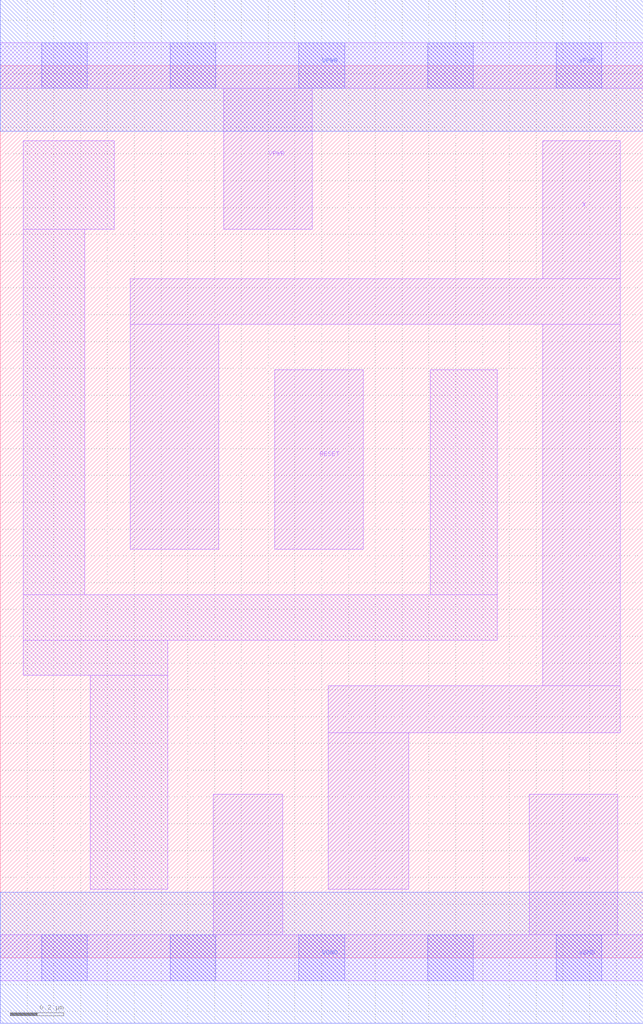
<source format=lef>
# Copyright 2020 The SkyWater PDK Authors
#
# Licensed under the Apache License, Version 2.0 (the "License");
# you may not use this file except in compliance with the License.
# You may obtain a copy of the License at
#
#     https://www.apache.org/licenses/LICENSE-2.0
#
# Unless required by applicable law or agreed to in writing, software
# distributed under the License is distributed on an "AS IS" BASIS,
# WITHOUT WARRANTIES OR CONDITIONS OF ANY KIND, either express or implied.
# See the License for the specific language governing permissions and
# limitations under the License.
#
# SPDX-License-Identifier: Apache-2.0

VERSION 5.7 ;
  NAMESCASESENSITIVE ON ;
  NOWIREEXTENSIONATPIN ON ;
  DIVIDERCHAR "/" ;
  BUSBITCHARS "[]" ;
UNITS
  DATABASE MICRONS 200 ;
END UNITS
MACRO sky130_fd_sc_lp__bushold0_1
  CLASS CORE ;
  SOURCE USER ;
  FOREIGN sky130_fd_sc_lp__bushold0_1 ;
  ORIGIN  0.000000  0.000000 ;
  SIZE  2.400000 BY  3.330000 ;
  SYMMETRY X Y ;
  SITE unit ;
  PIN RESET
    ANTENNAGATEAREA  0.126000 ;
    DIRECTION INPUT ;
    USE SIGNAL ;
    PORT
      LAYER li1 ;
        RECT 1.025000 1.525000 1.355000 2.195000 ;
    END
  END RESET
  PIN X
    ANTENNADIFFAREA  0.228900 ;
    ANTENNAGATEAREA  0.126000 ;
    DIRECTION INOUT ;
    USE SIGNAL ;
    PORT
      LAYER li1 ;
        RECT 0.485000 1.525000 0.815000 2.365000 ;
        RECT 0.485000 2.365000 2.315000 2.535000 ;
        RECT 1.225000 0.255000 1.525000 0.840000 ;
        RECT 1.225000 0.840000 2.315000 1.015000 ;
        RECT 2.025000 1.015000 2.315000 2.365000 ;
        RECT 2.025000 2.535000 2.315000 3.050000 ;
    END
  END X
  PIN VGND
    DIRECTION INOUT ;
    USE GROUND ;
    PORT
      LAYER li1 ;
        RECT 0.000000 -0.085000 2.400000 0.085000 ;
        RECT 0.795000  0.085000 1.055000 0.610000 ;
        RECT 1.975000  0.085000 2.305000 0.610000 ;
      LAYER mcon ;
        RECT 0.155000 -0.085000 0.325000 0.085000 ;
        RECT 0.635000 -0.085000 0.805000 0.085000 ;
        RECT 1.115000 -0.085000 1.285000 0.085000 ;
        RECT 1.595000 -0.085000 1.765000 0.085000 ;
        RECT 2.075000 -0.085000 2.245000 0.085000 ;
      LAYER met1 ;
        RECT 0.000000 -0.245000 2.400000 0.245000 ;
    END
  END VGND
  PIN VPWR
    DIRECTION INOUT ;
    USE POWER ;
    PORT
      LAYER li1 ;
        RECT 0.000000 3.245000 2.400000 3.415000 ;
        RECT 0.835000 2.720000 1.165000 3.245000 ;
      LAYER mcon ;
        RECT 0.155000 3.245000 0.325000 3.415000 ;
        RECT 0.635000 3.245000 0.805000 3.415000 ;
        RECT 1.115000 3.245000 1.285000 3.415000 ;
        RECT 1.595000 3.245000 1.765000 3.415000 ;
        RECT 2.075000 3.245000 2.245000 3.415000 ;
      LAYER met1 ;
        RECT 0.000000 3.085000 2.400000 3.575000 ;
    END
  END VPWR
  OBS
    LAYER li1 ;
      RECT 0.085000 1.055000 0.625000 1.185000 ;
      RECT 0.085000 1.185000 1.855000 1.355000 ;
      RECT 0.085000 1.355000 0.315000 2.720000 ;
      RECT 0.085000 2.720000 0.425000 3.050000 ;
      RECT 0.335000 0.255000 0.625000 1.055000 ;
      RECT 1.605000 1.355000 1.855000 2.195000 ;
  END
END sky130_fd_sc_lp__bushold0_1

</source>
